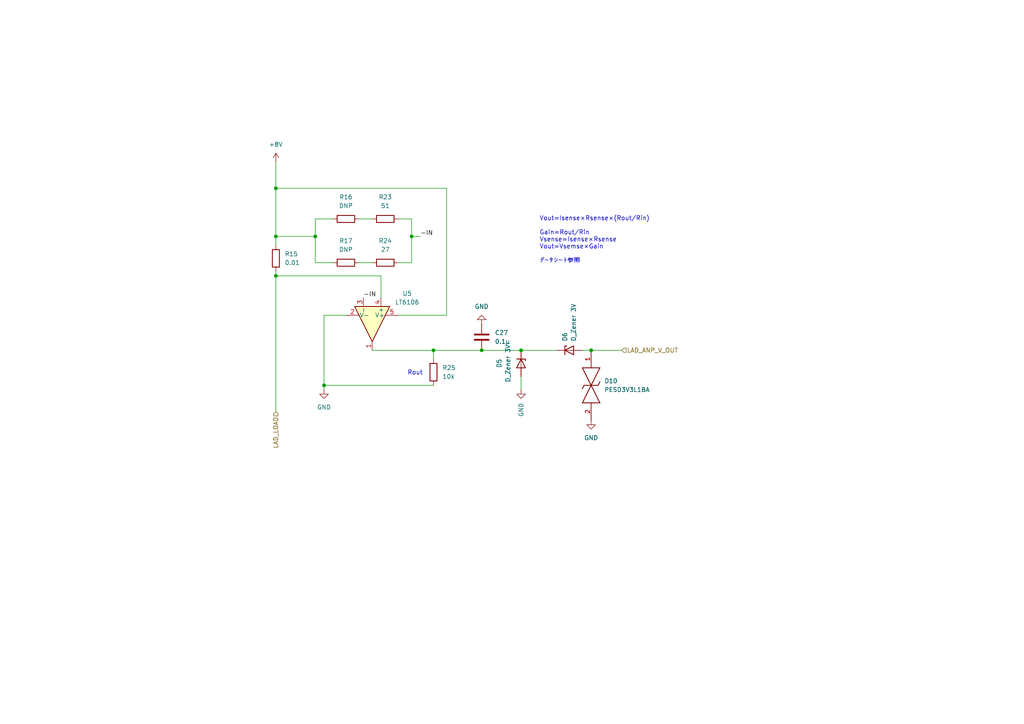
<source format=kicad_sch>
(kicad_sch (version 20231120) (generator "eeschema") (generator_version "8.0")
  (paper "A4")
  (lib_symbols
    (symbol "Amplifier_Current:LT6106" (pin_names (offset 0.127))
      (property "Reference" "U" (at 1.27 5.08 0))
      (property "Value" "LT6106" (at 0 -5.08 0))
      (symbol "LT6106_0_1"
        (polyline (pts (xy -5.08 5.08) (xy 5.08 0) (xy -5.08 -5.08) (xy -5.08 5.08)) (stroke (width 0.254)) (fill (type background)))
      )
      (symbol "LT6106_1_1"
        (pin open_collector line (at 7.62 0 180) (length 2.54) (name "~") (number "1"))
        (pin power_in line (at -2.54 -7.62 90) (length 3.81) (name "V-") (number "2"))
        (pin input line (at -7.62 -2.54 0) (length 2.54) (name "-") (number "3"))
        (pin input line (at -7.62 2.54 0) (length 2.54) (name "+") (number "4"))
        (pin power_in line (at -2.54 7.62 270) (length 3.81) (name "V+") (number "5"))
      )
    )
    (symbol "Device:C" (pin_numbers hide) (pin_names (offset 0.254))
      (property "Reference" "C" (at 0.635 2.54 0))
      (property "Value" "C" (at 0.635 -2.54 0))
      (symbol "C_0_1"
        (polyline (pts (xy -2.032 -0.762) (xy 2.032 -0.762)) (stroke (width 0.508)))
        (polyline (pts (xy -2.032 0.762) (xy 2.032 0.762)) (stroke (width 0.508)))
      )
      (symbol "C_1_1"
        (pin passive line (at 0 3.81 270) (length 2.794) (name "~") (number "1"))
        (pin passive line (at 0 -3.81 90) (length 2.794) (name "~") (number "2"))
      )
    )
    (symbol "Device:D_Zener" (pin_numbers hide) (pin_names (offset 1.016) hide)
      (property "Reference" "D" (at 0 2.54 0))
      (property "Value" "D_Zener" (at 0 -2.54 0))
      (symbol "D_Zener_0_1"
        (polyline (pts (xy 1.27 0) (xy -1.27 0)))
        (polyline (pts (xy -1.27 -1.27) (xy -1.27 1.27) (xy -0.762 1.27)) (stroke (width 0.254)))
        (polyline (pts (xy 1.27 -1.27) (xy 1.27 1.27) (xy -1.27 0) (xy 1.27 -1.27)) (stroke (width 0.254)))
      )
      (symbol "D_Zener_1_1"
        (pin passive line (at -3.81 0 0) (length 2.54) (name "K") (number "1"))
        (pin passive line (at 3.81 0 180) (length 2.54) (name "A") (number "2"))
      )
    )
    (symbol "Device:R" (pin_numbers hide) (pin_names (offset 0))
      (property "Reference" "R" (at 2.032 0 90))
      (property "Value" "R" (at 0 0 90))
      (symbol "R_0_1"
        (rectangle (start -1.016 -2.54) (end 1.016 2.54) (stroke (width 0.254)))
      )
      (symbol "R_1_1"
        (pin passive line (at 0 3.81 270) (length 1.27) (name "~") (number "1"))
        (pin passive line (at 0 -3.81 90) (length 1.27) (name "~") (number "2"))
      )
    )
    (symbol "SamacSys_Parts:PESD3V3L1BA" (pin_names hide)
      (property "Reference" "D" (at 12.7 8.89 0))
      (property "Value" "PESD3V3L1BA" (at 12.7 6.35 0))
      (symbol "PESD3V3L1BA_1_1"
        (polyline (pts (xy 5.08 2.54) (xy 5.08 -2.54)) (stroke (width 0.254)))
        (polyline (pts (xy 5.08 2.54) (xy 10.16 0)) (stroke (width 0.254)))
        (polyline (pts (xy 9.144 2.54) (xy 10.16 2.032)) (stroke (width 0.254)))
        (polyline (pts (xy 10.16 -2.032) (xy 10.16 2.032)) (stroke (width 0.254)))
        (polyline (pts (xy 10.16 -2.032) (xy 11.176 -2.54)) (stroke (width 0.254)))
        (polyline (pts (xy 10.16 0) (xy 5.08 -2.54)) (stroke (width 0.254)))
        (polyline (pts (xy 10.16 0) (xy 15.24 -2.54)) (stroke (width 0.254)))
        (polyline (pts (xy 15.24 2.54) (xy 10.16 0)) (stroke (width 0.254)))
        (polyline (pts (xy 15.24 2.54) (xy 15.24 -2.54)) (stroke (width 0.254)))
        (pin passive line (at 0 0 0) (length 5.08) (name "1") (number "1"))
        (pin passive line (at 20.32 0 180) (length 5.08) (name "2") (number "2"))
      )
    )
    (symbol "power:+8V" (power) (pin_numbers hide) (pin_names (offset 0) hide)
      (property "Value" "+8V" (at 0 3.556 0))
      (symbol "+8V_0_1"
        (polyline (pts (xy -0.762 1.27) (xy 0 2.54)))
        (polyline (pts (xy 0 0) (xy 0 2.54)))
        (polyline (pts (xy 0 2.54) (xy 0.762 1.27)))
      )
      (symbol "+8V_1_1"
        (pin power_in line (at 0 0 90) (length 0) (name "~") (number "1"))
      )
    )
    (symbol "power:GND" (power) (pin_numbers hide) (pin_names (offset 0) hide)
      (property "Value" "GND" (at 0 -3.81 0))
      (symbol "GND_0_1"
        (polyline (pts (xy 0 0) (xy 0 -1.27) (xy 1.27 -1.27) (xy 0 -2.54) (xy -1.27 -1.27) (xy 0 -1.27)))
      )
      (symbol "GND_1_1"
        (pin power_in line (at 0 0 270) (length 0) (name "~") (number "1"))
      )
    )
  )
  (junction (at 80.01 80.01))
  (junction (at 80.01 54.61))
  (junction (at 93.98 111.76))
  (junction (at 139.7 101.6))
  (junction (at 119.38 68.58))
  (junction (at 125.73 101.6))
  (junction (at 151.13 101.6))
  (junction (at 171.45 101.6))
  (junction (at 91.44 68.58))
  (junction (at 80.01 68.58))
  (wire (pts (xy 110.49 80.01) (xy 80.01 80.01)))
  (wire (pts (xy 91.44 63.5) (xy 96.52 63.5)))
  (wire (pts (xy 104.14 76.2) (xy 107.95 76.2)))
  (wire (pts (xy 115.57 63.5) (xy 119.38 63.5)))
  (wire (pts (xy 104.14 63.5) (xy 107.95 63.5)))
  (wire (pts (xy 115.57 76.2) (xy 119.38 76.2)))
  (wire (pts (xy 100.33 91.44) (xy 93.98 91.44)))
  (wire (pts (xy 119.38 76.2) (xy 119.38 68.58)))
  (wire (pts (xy 119.38 68.58) (xy 121.92 68.58)))
  (wire (pts (xy 91.44 76.2) (xy 96.52 76.2)))
  (wire (pts (xy 80.01 68.58) (xy 80.01 71.12)))
  (wire (pts (xy 139.7 101.6) (xy 151.13 101.6)))
  (wire (pts (xy 125.73 101.6) (xy 125.73 104.14)))
  (wire (pts (xy 91.44 63.5) (xy 91.44 68.58)))
  (wire (pts (xy 119.38 63.5) (xy 119.38 68.58)))
  (wire (pts (xy 93.98 111.76) (xy 125.73 111.76)))
  (wire (pts (xy 80.01 68.58) (xy 91.44 68.58)))
  (wire (pts (xy 80.01 54.61) (xy 129.54 54.61)))
  (wire (pts (xy 151.13 113.03) (xy 151.13 109.22)))
  (wire (pts (xy 107.95 101.6) (xy 125.73 101.6)))
  (wire (pts (xy 110.49 86.36) (xy 110.49 80.01)))
  (wire (pts (xy 93.98 91.44) (xy 93.98 111.76)))
  (wire (pts (xy 125.73 101.6) (xy 139.7 101.6)))
  (wire (pts (xy 151.13 101.6) (xy 161.29 101.6)))
  (wire (pts (xy 80.01 54.61) (xy 80.01 68.58)))
  (wire (pts (xy 168.91 101.6) (xy 171.45 101.6)))
  (wire (pts (xy 129.54 91.44) (xy 115.57 91.44)))
  (wire (pts (xy 80.01 78.74) (xy 80.01 80.01)))
  (wire (pts (xy 171.45 101.6) (xy 180.34 101.6)))
  (wire (pts (xy 80.01 80.01) (xy 80.01 119.38)))
  (wire (pts (xy 93.98 111.76) (xy 93.98 113.03)))
  (wire (pts (xy 80.01 46.99) (xy 80.01 54.61)))
  (wire (pts (xy 129.54 54.61) (xy 129.54 91.44)))
  (wire (pts (xy 91.44 68.58) (xy 91.44 76.2)))
  (text "Rout" (at 120.396 108.204 0) (effects (font (size 1.27 1.27))))
  (text "Vout=Isense×Rsense×(Rout/Rin)\n\nGain=Rout/Rin\nVsense=Isense×Rsense\nVout=Vsemse×Gain\n\nデータシート参照" (at 156.464 69.596 0) (effects (font (size 1.27 1.27)) (justify left)))
  (label "-IN" (at 121.92 68.58 0))
  (label "-IN" (at 105.41 86.36 0))
  (hierarchical_label "LAD_LOAD" (shape input) (at 80.01 119.38 270))
  (hierarchical_label "LAD_ANP_V_OUT" (shape input) (at 180.34 101.6 0))
  (symbol (lib_id "Device:R") (at 80.01 74.93 0) (unit 1)
    (property "Reference" "R15" (at 82.55 73.6599 0) (effects (justify left)))
    (property "Value" "0.01" (at 82.55 76.1999 0) (effects (justify left)))
    (property "Footprint" "Resistor_SMD:R_1206_3216Metric" (effects (hide yes)))
    (property "Description" "Resistor" (effects (hide yes)))
  )
  (symbol (lib_id "Amplifier_Current:LT6106") (at 107.95 93.98 270) (unit 1)
    (property "Reference" "U5" (at 118.11 85.1214 90))
    (property "Value" "LT6106" (at 118.11 87.6614 90))
    (property "Footprint" "Package_TO_SOT_SMD:SOT-23-5" (effects (hide yes)))
    (property "Datasheet" "https://www.analog.com/media/en/technical-documentation/data-sheets/6106fb.pdf" (effects (hide yes)))
    (property "Description" "36V Low Cost, High Side Current Sense, SOT-23-5" (effects (hide yes)))
  )
  (symbol (lib_id "power:GND") (at 139.7 93.98 180) (unit 1)
    (property "Reference" "#PWR042" (effects (hide yes)))
    (property "Value" "GND" (at 139.7 88.9 0))
    (property "Description" "Power symbol creates a global label with name \"GND\" , ground" (effects (hide yes)))
  )
  (symbol (lib_id "Device:D_Zener") (at 165.1 101.6 0) (unit 1)
    (property "Reference" "D6" (at 163.8299 99.06 90) (effects (justify left)))
    (property "Value" "D_Zener 3V" (at 166.3699 99.06 90) (effects (justify left)))
    (property "Footprint" "Diode_SMD:D_SOD-123" (effects (hide yes)))
    (property "Description" "Zener diode" (effects (hide yes)))
  )
  (symbol (lib_id "power:GND") (at 93.98 113.03 0) (unit 1)
    (property "Reference" "#PWR040" (effects (hide yes)))
    (property "Value" "GND" (at 93.98 118.11 0))
    (property "Description" "Power symbol creates a global label with name \"GND\" , ground" (effects (hide yes)))
  )
  (symbol (lib_id "power:GND") (at 151.13 113.03 0) (unit 1)
    (property "Reference" "#PWR071" (effects (hide yes)))
    (property "Value" "GND" (at 151.1299 116.84 90) (effects (justify right)))
    (property "Description" "Power symbol creates a global label with name \"GND\" , ground" (effects (hide yes)))
  )
  (symbol (lib_id "Device:R") (at 111.76 63.5 270) (unit 1)
    (property "Reference" "R23" (at 111.76 57.15 90))
    (property "Value" "51" (at 111.76 59.69 90))
    (property "Footprint" "Resistor_SMD:R_0805_2012Metric" (effects (hide yes)))
    (property "Description" "Resistor" (effects (hide yes)))
  )
  (symbol (lib_id "power:+8V") (at 80.01 46.99 0) (unit 1)
    (property "Reference" "#PWR039" (effects (hide yes)))
    (property "Value" "+8V" (at 80.01 41.91 0))
    (property "Description" "Power symbol creates a global label with name \"+8V\"" (effects (hide yes)))
  )
  (symbol (lib_id "Device:R") (at 125.73 107.95 0) (unit 1)
    (property "Reference" "R25" (at 128.27 106.6799 0) (effects (justify left)))
    (property "Value" "10k" (at 128.27 109.2199 0) (effects (justify left)))
    (property "Footprint" "Resistor_SMD:R_0805_2012Metric" (effects (hide yes)))
    (property "Description" "Resistor" (effects (hide yes)))
  )
  (symbol (lib_id "Device:R") (at 111.76 76.2 270) (unit 1)
    (property "Reference" "R24" (at 111.76 69.85 90))
    (property "Value" "27" (at 111.76 72.39 90))
    (property "Footprint" "Resistor_SMD:R_0805_2012Metric" (effects (hide yes)))
    (property "Description" "Resistor" (effects (hide yes)))
  )
  (symbol (lib_id "Device:R") (at 100.33 63.5 270) (unit 1)
    (property "Reference" "R16" (at 100.33 57.15 90))
    (property "Value" "DNP" (at 100.33 59.69 90))
    (property "Footprint" "Resistor_SMD:R_0805_2012Metric" (effects (hide yes)))
    (property "Description" "Resistor" (effects (hide yes)))
  )
  (symbol (lib_id "Device:D_Zener") (at 151.13 105.41 270) (unit 1)
    (property "Reference" "D5" (at 144.78 105.41 0))
    (property "Value" "D_Zener 3V" (at 147.32 105.41 0))
    (property "Footprint" "Diode_SMD:D_SOD-123" (effects (hide yes)))
    (property "Description" "Zener diode" (effects (hide yes)))
  )
  (symbol (lib_id "Device:R") (at 100.33 76.2 270) (unit 1)
    (property "Reference" "R17" (at 100.33 69.85 90))
    (property "Value" "DNP" (at 100.33 72.39 90))
    (property "Footprint" "Resistor_SMD:R_0805_2012Metric" (effects (hide yes)))
    (property "Description" "Resistor" (effects (hide yes)))
  )
  (symbol (lib_id "Device:C") (at 139.7 97.79 0) (unit 1)
    (property "Reference" "C27" (at 143.51 96.5199 0) (effects (justify left)))
    (property "Value" "0.1μ" (at 143.51 99.0599 0) (effects (justify left)))
    (property "Footprint" "Capacitor_SMD:C_0805_2012Metric" (effects (hide yes)))
    (property "Description" "Unpolarized capacitor" (effects (hide yes)))
  )
  (symbol (lib_id "power:GND") (at 171.45 121.92 0) (unit 1)
    (property "Reference" "#PWR072" (effects (hide yes)))
    (property "Value" "GND" (at 171.45 127 0))
    (property "Description" "Power symbol creates a global label with name \"GND\" , ground" (effects (hide yes)))
  )
  (symbol (lib_id "SamacSys_Parts:PESD3V3L1BA") (at 171.45 101.6 270) (unit 1)
    (property "Reference" "D10" (at 175.26 110.4899 90) (effects (justify left)))
    (property "Value" "PESD3V3L1BA" (at 175.26 113.0299 90) (effects (justify left)))
    (property "Footprint" "SamacSys_Parts:SOD2512X110N" (effects (hide yes)))
    (property "Datasheet" "https://datasheet.datasheetarchive.com/originals/distributors/Datasheets-26/DSA-502681.pdf" (effects (hide yes)))
    (property "Description" "TVS Diode Bi-Directional PESD3V3L1BA 26V, 500W, UMD 2-Pin" (effects (hide yes)))
    (property "Height" "1.1" (effects (hide yes)))
    (property "Manufacturer_Name" "Nexperia" (effects (hide yes)))
    (property "Manufacturer_Part_Number" "PESD3V3L1BA" (effects (hide yes)))
    (property "Mouser Part Number" "N/A" (effects (hide yes)))
    (property "Mouser Price/Stock" "https://www.mouser.co.uk/ProductDetail/Nexperia/PESD3V3L1BA?qs=vHuUswq2%252BswBNSPO0jzUyg%3D%3D" (effects (hide yes)))
  )
)
</source>
